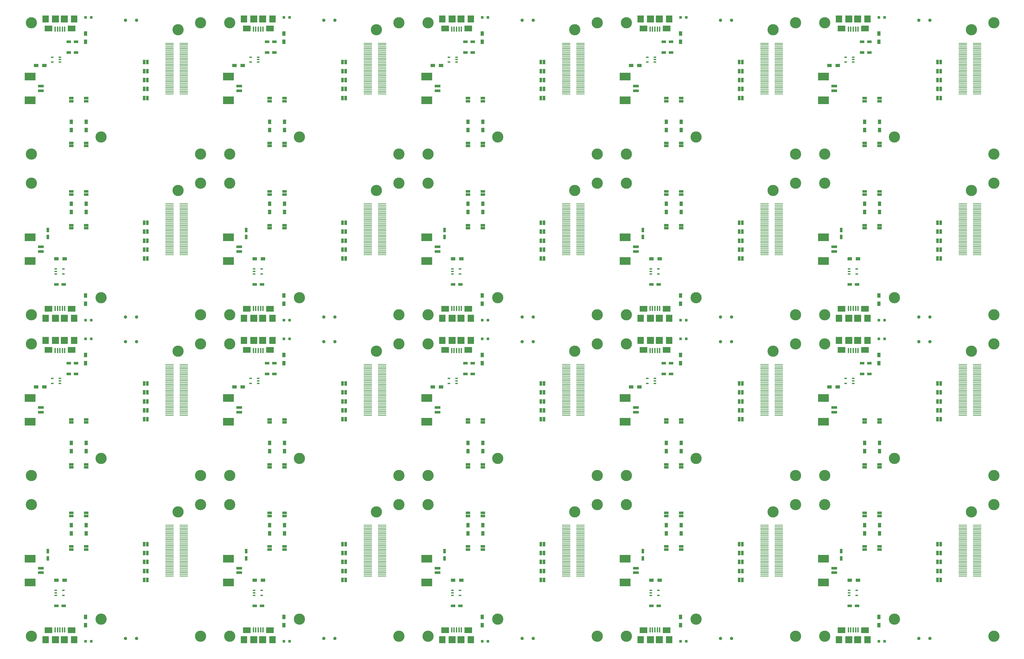
<source format=gbr>
G04 #@! TF.FileFunction,Soldermask,Top*
%FSLAX46Y46*%
G04 Gerber Fmt 4.6, Leading zero omitted, Abs format (unit mm)*
G04 Created by KiCad (PCBNEW (2015-09-14 BZR 6197)-product) date Wednesday, September 16, 2015 'PMt' 11:24:09 PM*
%MOMM*%
G01*
G04 APERTURE LIST*
%ADD10C,0.100000*%
%ADD11C,0.889000*%
%ADD12C,3.000000*%
%ADD13R,0.635000X1.143000*%
%ADD14R,2.280000X0.200000*%
%ADD15R,1.143000X0.635000*%
%ADD16R,1.200000X0.900000*%
%ADD17R,1.600000X0.800000*%
%ADD18R,3.000000X2.100000*%
%ADD19R,1.897380X1.897380*%
%ADD20R,1.899920X1.897380*%
%ADD21R,1.795780X1.897380*%
%ADD22R,2.095500X1.597660*%
%ADD23R,0.398780X1.346200*%
%ADD24R,0.797560X0.797560*%
%ADD25R,0.900000X1.200000*%
%ADD26R,1.200000X0.750000*%
%ADD27R,0.660400X0.406400*%
%ADD28R,0.750000X1.200000*%
G04 APERTURE END LIST*
D10*
D11*
X207498600Y-107800000D03*
X204501400Y-107800000D03*
X204501400Y-187200000D03*
X207498600Y-187200000D03*
X207498600Y-21800000D03*
X204501400Y-21800000D03*
X204501400Y-101200000D03*
X207498600Y-101200000D03*
D12*
X224600000Y-22400000D03*
D13*
X210355400Y-35349000D03*
X209542600Y-35349000D03*
X210355400Y-37749000D03*
X209542600Y-37749000D03*
X210355400Y-32949000D03*
X209542600Y-32949000D03*
X210355400Y-78349000D03*
X209542600Y-78349000D03*
X210355400Y-75949000D03*
X209542600Y-75949000D03*
X210355400Y-83149000D03*
X209542600Y-83149000D03*
X210355400Y-80749000D03*
X209542600Y-80749000D03*
D12*
X224600000Y-57600000D03*
X218570000Y-24310000D03*
D14*
X216310000Y-34700000D03*
X216310000Y-35100000D03*
X216310000Y-35500000D03*
X216310000Y-40300000D03*
X216310000Y-40700000D03*
X216310000Y-41100000D03*
X216310000Y-41500000D03*
X216310000Y-39900000D03*
X216310000Y-39500000D03*
X216310000Y-39100000D03*
X216310000Y-38700000D03*
X216310000Y-38300000D03*
X216310000Y-37900000D03*
X216310000Y-37500000D03*
X216310000Y-37100000D03*
X216310000Y-36700000D03*
X216310000Y-36300000D03*
X216310000Y-35900000D03*
X216310000Y-27900000D03*
X216310000Y-28300000D03*
X216310000Y-28700000D03*
X216310000Y-29100000D03*
X216310000Y-29500000D03*
X216310000Y-29900000D03*
X216310000Y-30300000D03*
X216310000Y-30700000D03*
X216310000Y-31100000D03*
X216310000Y-31500000D03*
X216310000Y-31900000D03*
X216310000Y-32300000D03*
X216310000Y-32700000D03*
X216310000Y-33100000D03*
X216310000Y-33500000D03*
X216310000Y-33900000D03*
X216310000Y-34300000D03*
X220090000Y-34300000D03*
X220090000Y-33900000D03*
X220090000Y-33500000D03*
X220090000Y-33100000D03*
X220090000Y-32700000D03*
X220090000Y-32300000D03*
X220090000Y-31900000D03*
X220090000Y-31500000D03*
X220090000Y-31100000D03*
X220090000Y-30700000D03*
X220090000Y-30300000D03*
X220090000Y-29900000D03*
X220090000Y-29500000D03*
X220090000Y-29100000D03*
X220090000Y-28700000D03*
X220090000Y-28300000D03*
X220090000Y-27900000D03*
X220090000Y-35900000D03*
X220090000Y-36300000D03*
X220090000Y-36700000D03*
X220090000Y-37100000D03*
X220090000Y-37500000D03*
X220090000Y-37900000D03*
X220090000Y-38300000D03*
X220090000Y-38700000D03*
X220090000Y-39100000D03*
X220090000Y-39500000D03*
X220090000Y-39900000D03*
X220090000Y-41500000D03*
X220090000Y-41100000D03*
X220090000Y-40700000D03*
X220090000Y-40300000D03*
X220090000Y-35500000D03*
X220090000Y-35100000D03*
X220090000Y-34700000D03*
D12*
X197970000Y-53000000D03*
D13*
X210355400Y-42549000D03*
X209542600Y-42549000D03*
X210355400Y-40149000D03*
X209542600Y-40149000D03*
D12*
X224600000Y-65400000D03*
D15*
X190000000Y-43406400D03*
X190000000Y-42593600D03*
D16*
X182849000Y-33849000D03*
X180649000Y-33849000D03*
D15*
X194000000Y-43406400D03*
X194000000Y-42593600D03*
D17*
X181900000Y-39375000D03*
X181900000Y-40625000D03*
D18*
X179000000Y-36825000D03*
X179000000Y-43175000D03*
D19*
X188198880Y-21447800D03*
D20*
X185801120Y-21447800D03*
D21*
X183200160Y-21447800D03*
D22*
X190098800Y-23997960D03*
D23*
X188297940Y-24124960D03*
X187647700Y-24124960D03*
X187000000Y-24124960D03*
X186352300Y-24124960D03*
X185702060Y-24124960D03*
D22*
X183901200Y-23997960D03*
D21*
X190799840Y-21447800D03*
D24*
X193850700Y-21000000D03*
X195349300Y-21000000D03*
D25*
X193849000Y-27549000D03*
X193849000Y-25349000D03*
D26*
X191299000Y-27549000D03*
X189399000Y-27549000D03*
X189399000Y-30399000D03*
X191299000Y-30399000D03*
D27*
X186965000Y-32959400D03*
X186965000Y-31638600D03*
X186965000Y-32299000D03*
X184933000Y-31638600D03*
X184933000Y-32959400D03*
D12*
X179400000Y-22400000D03*
X224600000Y-100600000D03*
D13*
X210355400Y-85549000D03*
X209542600Y-85549000D03*
D24*
X193850700Y-107000000D03*
X195349300Y-107000000D03*
D12*
X218570000Y-67310000D03*
D14*
X216310000Y-77700000D03*
X216310000Y-78100000D03*
X216310000Y-78500000D03*
X216310000Y-83300000D03*
X216310000Y-83700000D03*
X216310000Y-84100000D03*
X216310000Y-84500000D03*
X216310000Y-82900000D03*
X216310000Y-82500000D03*
X216310000Y-82100000D03*
X216310000Y-81700000D03*
X216310000Y-81300000D03*
X216310000Y-80900000D03*
X216310000Y-80500000D03*
X216310000Y-80100000D03*
X216310000Y-79700000D03*
X216310000Y-79300000D03*
X216310000Y-78900000D03*
X216310000Y-70900000D03*
X216310000Y-71300000D03*
X216310000Y-71700000D03*
X216310000Y-72100000D03*
X216310000Y-72500000D03*
X216310000Y-72900000D03*
X216310000Y-73300000D03*
X216310000Y-73700000D03*
X216310000Y-74100000D03*
X216310000Y-74500000D03*
X216310000Y-74900000D03*
X216310000Y-75300000D03*
X216310000Y-75700000D03*
X216310000Y-76100000D03*
X216310000Y-76500000D03*
X216310000Y-76900000D03*
X216310000Y-77300000D03*
X220090000Y-77300000D03*
X220090000Y-76900000D03*
X220090000Y-76500000D03*
X220090000Y-76100000D03*
X220090000Y-75700000D03*
X220090000Y-75300000D03*
X220090000Y-74900000D03*
X220090000Y-74500000D03*
X220090000Y-74100000D03*
X220090000Y-73700000D03*
X220090000Y-73300000D03*
X220090000Y-72900000D03*
X220090000Y-72500000D03*
X220090000Y-72100000D03*
X220090000Y-71700000D03*
X220090000Y-71300000D03*
X220090000Y-70900000D03*
X220090000Y-78900000D03*
X220090000Y-79300000D03*
X220090000Y-79700000D03*
X220090000Y-80100000D03*
X220090000Y-80500000D03*
X220090000Y-80900000D03*
X220090000Y-81300000D03*
X220090000Y-81700000D03*
X220090000Y-82100000D03*
X220090000Y-82500000D03*
X220090000Y-82900000D03*
X220090000Y-84500000D03*
X220090000Y-84100000D03*
X220090000Y-83700000D03*
X220090000Y-83300000D03*
X220090000Y-78500000D03*
X220090000Y-78100000D03*
X220090000Y-77700000D03*
D12*
X197970000Y-96000000D03*
D24*
X193850700Y-102000000D03*
X195349300Y-102000000D03*
D15*
X190000000Y-55406400D03*
X190000000Y-54593600D03*
D25*
X190000000Y-51100000D03*
X190000000Y-48900000D03*
X194000000Y-51100000D03*
X194000000Y-48900000D03*
D12*
X179400000Y-57600000D03*
D15*
X194000000Y-55406400D03*
X194000000Y-54593600D03*
D28*
X183766600Y-79754200D03*
X183766600Y-77854200D03*
D12*
X179400000Y-65400000D03*
D15*
X190000000Y-76593600D03*
X190000000Y-77406400D03*
D25*
X190000000Y-70900000D03*
X190000000Y-73100000D03*
D15*
X194000000Y-67593600D03*
X194000000Y-68406400D03*
X190000000Y-67593600D03*
X190000000Y-68406400D03*
X194000000Y-76593600D03*
X194000000Y-77406400D03*
D25*
X194000000Y-70900000D03*
X194000000Y-73100000D03*
X193849000Y-95451000D03*
X193849000Y-97651000D03*
D19*
X185801120Y-101552200D03*
D20*
X188198880Y-101552200D03*
D21*
X190799840Y-101552200D03*
D22*
X183901200Y-99002040D03*
D23*
X185702060Y-98875040D03*
X186352300Y-98875040D03*
X187000000Y-98875040D03*
X187647700Y-98875040D03*
X188297940Y-98875040D03*
D22*
X190098800Y-99002040D03*
D21*
X183200160Y-101552200D03*
D12*
X179400000Y-108400000D03*
X179400000Y-100600000D03*
D19*
X188198880Y-107447800D03*
D20*
X185801120Y-107447800D03*
D21*
X183200160Y-107447800D03*
D22*
X190098800Y-109997960D03*
D23*
X188297940Y-110124960D03*
X187647700Y-110124960D03*
X187000000Y-110124960D03*
X186352300Y-110124960D03*
X185702060Y-110124960D03*
D22*
X183901200Y-109997960D03*
D21*
X190799840Y-107447800D03*
D16*
X188295600Y-85611400D03*
X186095600Y-85611400D03*
D26*
X186093200Y-92494800D03*
X187993200Y-92494800D03*
D17*
X181900000Y-82375000D03*
X181900000Y-83625000D03*
D18*
X179000000Y-79825000D03*
X179000000Y-86175000D03*
D27*
X185925600Y-88329200D03*
X185925600Y-89650000D03*
X185925600Y-88989600D03*
X187957600Y-89650000D03*
X187957600Y-88329200D03*
D15*
X190000000Y-162593600D03*
X190000000Y-163406400D03*
X194000000Y-162593600D03*
X194000000Y-163406400D03*
X190000000Y-153593600D03*
X190000000Y-154406400D03*
D25*
X194000000Y-156900000D03*
X194000000Y-159100000D03*
D15*
X194000000Y-153593600D03*
X194000000Y-154406400D03*
D12*
X179400000Y-151400000D03*
D25*
X190000000Y-156900000D03*
X190000000Y-159100000D03*
D13*
X210355400Y-171549000D03*
X209542600Y-171549000D03*
D12*
X224600000Y-186600000D03*
X218570000Y-153310000D03*
D14*
X216310000Y-163700000D03*
X216310000Y-164100000D03*
X216310000Y-164500000D03*
X216310000Y-169300000D03*
X216310000Y-169700000D03*
X216310000Y-170100000D03*
X216310000Y-170500000D03*
X216310000Y-168900000D03*
X216310000Y-168500000D03*
X216310000Y-168100000D03*
X216310000Y-167700000D03*
X216310000Y-167300000D03*
X216310000Y-166900000D03*
X216310000Y-166500000D03*
X216310000Y-166100000D03*
X216310000Y-165700000D03*
X216310000Y-165300000D03*
X216310000Y-164900000D03*
X216310000Y-156900000D03*
X216310000Y-157300000D03*
X216310000Y-157700000D03*
X216310000Y-158100000D03*
X216310000Y-158500000D03*
X216310000Y-158900000D03*
X216310000Y-159300000D03*
X216310000Y-159700000D03*
X216310000Y-160100000D03*
X216310000Y-160500000D03*
X216310000Y-160900000D03*
X216310000Y-161300000D03*
X216310000Y-161700000D03*
X216310000Y-162100000D03*
X216310000Y-162500000D03*
X216310000Y-162900000D03*
X216310000Y-163300000D03*
X220090000Y-163300000D03*
X220090000Y-162900000D03*
X220090000Y-162500000D03*
X220090000Y-162100000D03*
X220090000Y-161700000D03*
X220090000Y-161300000D03*
X220090000Y-160900000D03*
X220090000Y-160500000D03*
X220090000Y-160100000D03*
X220090000Y-159700000D03*
X220090000Y-159300000D03*
X220090000Y-158900000D03*
X220090000Y-158500000D03*
X220090000Y-158100000D03*
X220090000Y-157700000D03*
X220090000Y-157300000D03*
X220090000Y-156900000D03*
X220090000Y-164900000D03*
X220090000Y-165300000D03*
X220090000Y-165700000D03*
X220090000Y-166100000D03*
X220090000Y-166500000D03*
X220090000Y-166900000D03*
X220090000Y-167300000D03*
X220090000Y-167700000D03*
X220090000Y-168100000D03*
X220090000Y-168500000D03*
X220090000Y-168900000D03*
X220090000Y-170500000D03*
X220090000Y-170100000D03*
X220090000Y-169700000D03*
X220090000Y-169300000D03*
X220090000Y-164500000D03*
X220090000Y-164100000D03*
X220090000Y-163700000D03*
D12*
X197970000Y-182000000D03*
D13*
X210355400Y-169149000D03*
X209542600Y-169149000D03*
D16*
X188295600Y-171611400D03*
X186095600Y-171611400D03*
D28*
X183766600Y-165754200D03*
X183766600Y-163854200D03*
D27*
X185925600Y-174329200D03*
X185925600Y-175650000D03*
X185925600Y-174989600D03*
X187957600Y-175650000D03*
X187957600Y-174329200D03*
D17*
X181900000Y-168375000D03*
X181900000Y-169625000D03*
D18*
X179000000Y-165825000D03*
X179000000Y-172175000D03*
D13*
X210355400Y-161949000D03*
X209542600Y-161949000D03*
X210355400Y-164349000D03*
X209542600Y-164349000D03*
X210355400Y-166749000D03*
X209542600Y-166749000D03*
D12*
X224600000Y-151400000D03*
D19*
X185801120Y-187552200D03*
D20*
X188198880Y-187552200D03*
D21*
X190799840Y-187552200D03*
D22*
X183901200Y-185002040D03*
D23*
X185702060Y-184875040D03*
X186352300Y-184875040D03*
X187000000Y-184875040D03*
X187647700Y-184875040D03*
X188297940Y-184875040D03*
D22*
X190098800Y-185002040D03*
D21*
X183200160Y-187552200D03*
D25*
X193849000Y-181451000D03*
X193849000Y-183651000D03*
D12*
X179400000Y-186600000D03*
D24*
X193850700Y-188000000D03*
X195349300Y-188000000D03*
D26*
X186093200Y-178494800D03*
X187993200Y-178494800D03*
D15*
X194000000Y-141406400D03*
X194000000Y-140593600D03*
D25*
X190000000Y-137100000D03*
X190000000Y-134900000D03*
D15*
X190000000Y-141406400D03*
X190000000Y-140593600D03*
D12*
X179400000Y-143600000D03*
D26*
X189399000Y-116399000D03*
X191299000Y-116399000D03*
X191299000Y-113549000D03*
X189399000Y-113549000D03*
D27*
X186965000Y-118959400D03*
X186965000Y-117638600D03*
X186965000Y-118299000D03*
X184933000Y-117638600D03*
X184933000Y-118959400D03*
D15*
X194000000Y-129406400D03*
X194000000Y-128593600D03*
X190000000Y-129406400D03*
X190000000Y-128593600D03*
D16*
X182849000Y-119849000D03*
X180649000Y-119849000D03*
D17*
X181900000Y-125375000D03*
X181900000Y-126625000D03*
D18*
X179000000Y-122825000D03*
X179000000Y-129175000D03*
D13*
X210355400Y-123749000D03*
X209542600Y-123749000D03*
D12*
X224600000Y-143600000D03*
D13*
X210355400Y-128549000D03*
X209542600Y-128549000D03*
X210355400Y-126149000D03*
X209542600Y-126149000D03*
X210355400Y-121349000D03*
X209542600Y-121349000D03*
X210355400Y-118949000D03*
X209542600Y-118949000D03*
D25*
X193849000Y-113549000D03*
X193849000Y-111349000D03*
D12*
X224600000Y-108400000D03*
D25*
X194000000Y-137100000D03*
X194000000Y-134900000D03*
D12*
X218570000Y-110310000D03*
D14*
X216310000Y-120700000D03*
X216310000Y-121100000D03*
X216310000Y-121500000D03*
X216310000Y-126300000D03*
X216310000Y-126700000D03*
X216310000Y-127100000D03*
X216310000Y-127500000D03*
X216310000Y-125900000D03*
X216310000Y-125500000D03*
X216310000Y-125100000D03*
X216310000Y-124700000D03*
X216310000Y-124300000D03*
X216310000Y-123900000D03*
X216310000Y-123500000D03*
X216310000Y-123100000D03*
X216310000Y-122700000D03*
X216310000Y-122300000D03*
X216310000Y-121900000D03*
X216310000Y-113900000D03*
X216310000Y-114300000D03*
X216310000Y-114700000D03*
X216310000Y-115100000D03*
X216310000Y-115500000D03*
X216310000Y-115900000D03*
X216310000Y-116300000D03*
X216310000Y-116700000D03*
X216310000Y-117100000D03*
X216310000Y-117500000D03*
X216310000Y-117900000D03*
X216310000Y-118300000D03*
X216310000Y-118700000D03*
X216310000Y-119100000D03*
X216310000Y-119500000D03*
X216310000Y-119900000D03*
X216310000Y-120300000D03*
X220090000Y-120300000D03*
X220090000Y-119900000D03*
X220090000Y-119500000D03*
X220090000Y-119100000D03*
X220090000Y-118700000D03*
X220090000Y-118300000D03*
X220090000Y-117900000D03*
X220090000Y-117500000D03*
X220090000Y-117100000D03*
X220090000Y-116700000D03*
X220090000Y-116300000D03*
X220090000Y-115900000D03*
X220090000Y-115500000D03*
X220090000Y-115100000D03*
X220090000Y-114700000D03*
X220090000Y-114300000D03*
X220090000Y-113900000D03*
X220090000Y-121900000D03*
X220090000Y-122300000D03*
X220090000Y-122700000D03*
X220090000Y-123100000D03*
X220090000Y-123500000D03*
X220090000Y-123900000D03*
X220090000Y-124300000D03*
X220090000Y-124700000D03*
X220090000Y-125100000D03*
X220090000Y-125500000D03*
X220090000Y-125900000D03*
X220090000Y-127500000D03*
X220090000Y-127100000D03*
X220090000Y-126700000D03*
X220090000Y-126300000D03*
X220090000Y-121500000D03*
X220090000Y-121100000D03*
X220090000Y-120700000D03*
D12*
X197970000Y-139000000D03*
D11*
X154498600Y-107800000D03*
X151501400Y-107800000D03*
X151501400Y-187200000D03*
X154498600Y-187200000D03*
X154498600Y-21800000D03*
X151501400Y-21800000D03*
X151501400Y-101200000D03*
X154498600Y-101200000D03*
D12*
X171600000Y-22400000D03*
D13*
X157355400Y-35349000D03*
X156542600Y-35349000D03*
X157355400Y-37749000D03*
X156542600Y-37749000D03*
X157355400Y-32949000D03*
X156542600Y-32949000D03*
X157355400Y-78349000D03*
X156542600Y-78349000D03*
X157355400Y-75949000D03*
X156542600Y-75949000D03*
X157355400Y-83149000D03*
X156542600Y-83149000D03*
X157355400Y-80749000D03*
X156542600Y-80749000D03*
D12*
X171600000Y-57600000D03*
X165570000Y-24310000D03*
D14*
X163310000Y-34700000D03*
X163310000Y-35100000D03*
X163310000Y-35500000D03*
X163310000Y-40300000D03*
X163310000Y-40700000D03*
X163310000Y-41100000D03*
X163310000Y-41500000D03*
X163310000Y-39900000D03*
X163310000Y-39500000D03*
X163310000Y-39100000D03*
X163310000Y-38700000D03*
X163310000Y-38300000D03*
X163310000Y-37900000D03*
X163310000Y-37500000D03*
X163310000Y-37100000D03*
X163310000Y-36700000D03*
X163310000Y-36300000D03*
X163310000Y-35900000D03*
X163310000Y-27900000D03*
X163310000Y-28300000D03*
X163310000Y-28700000D03*
X163310000Y-29100000D03*
X163310000Y-29500000D03*
X163310000Y-29900000D03*
X163310000Y-30300000D03*
X163310000Y-30700000D03*
X163310000Y-31100000D03*
X163310000Y-31500000D03*
X163310000Y-31900000D03*
X163310000Y-32300000D03*
X163310000Y-32700000D03*
X163310000Y-33100000D03*
X163310000Y-33500000D03*
X163310000Y-33900000D03*
X163310000Y-34300000D03*
X167090000Y-34300000D03*
X167090000Y-33900000D03*
X167090000Y-33500000D03*
X167090000Y-33100000D03*
X167090000Y-32700000D03*
X167090000Y-32300000D03*
X167090000Y-31900000D03*
X167090000Y-31500000D03*
X167090000Y-31100000D03*
X167090000Y-30700000D03*
X167090000Y-30300000D03*
X167090000Y-29900000D03*
X167090000Y-29500000D03*
X167090000Y-29100000D03*
X167090000Y-28700000D03*
X167090000Y-28300000D03*
X167090000Y-27900000D03*
X167090000Y-35900000D03*
X167090000Y-36300000D03*
X167090000Y-36700000D03*
X167090000Y-37100000D03*
X167090000Y-37500000D03*
X167090000Y-37900000D03*
X167090000Y-38300000D03*
X167090000Y-38700000D03*
X167090000Y-39100000D03*
X167090000Y-39500000D03*
X167090000Y-39900000D03*
X167090000Y-41500000D03*
X167090000Y-41100000D03*
X167090000Y-40700000D03*
X167090000Y-40300000D03*
X167090000Y-35500000D03*
X167090000Y-35100000D03*
X167090000Y-34700000D03*
D12*
X144970000Y-53000000D03*
D13*
X157355400Y-42549000D03*
X156542600Y-42549000D03*
X157355400Y-40149000D03*
X156542600Y-40149000D03*
D12*
X171600000Y-65400000D03*
D15*
X137000000Y-43406400D03*
X137000000Y-42593600D03*
D16*
X129849000Y-33849000D03*
X127649000Y-33849000D03*
D15*
X141000000Y-43406400D03*
X141000000Y-42593600D03*
D17*
X128900000Y-39375000D03*
X128900000Y-40625000D03*
D18*
X126000000Y-36825000D03*
X126000000Y-43175000D03*
D19*
X135198880Y-21447800D03*
D20*
X132801120Y-21447800D03*
D21*
X130200160Y-21447800D03*
D22*
X137098800Y-23997960D03*
D23*
X135297940Y-24124960D03*
X134647700Y-24124960D03*
X134000000Y-24124960D03*
X133352300Y-24124960D03*
X132702060Y-24124960D03*
D22*
X130901200Y-23997960D03*
D21*
X137799840Y-21447800D03*
D24*
X140850700Y-21000000D03*
X142349300Y-21000000D03*
D25*
X140849000Y-27549000D03*
X140849000Y-25349000D03*
D26*
X138299000Y-27549000D03*
X136399000Y-27549000D03*
X136399000Y-30399000D03*
X138299000Y-30399000D03*
D27*
X133965000Y-32959400D03*
X133965000Y-31638600D03*
X133965000Y-32299000D03*
X131933000Y-31638600D03*
X131933000Y-32959400D03*
D12*
X126400000Y-22400000D03*
X171600000Y-100600000D03*
D13*
X157355400Y-85549000D03*
X156542600Y-85549000D03*
D24*
X140850700Y-107000000D03*
X142349300Y-107000000D03*
D12*
X165570000Y-67310000D03*
D14*
X163310000Y-77700000D03*
X163310000Y-78100000D03*
X163310000Y-78500000D03*
X163310000Y-83300000D03*
X163310000Y-83700000D03*
X163310000Y-84100000D03*
X163310000Y-84500000D03*
X163310000Y-82900000D03*
X163310000Y-82500000D03*
X163310000Y-82100000D03*
X163310000Y-81700000D03*
X163310000Y-81300000D03*
X163310000Y-80900000D03*
X163310000Y-80500000D03*
X163310000Y-80100000D03*
X163310000Y-79700000D03*
X163310000Y-79300000D03*
X163310000Y-78900000D03*
X163310000Y-70900000D03*
X163310000Y-71300000D03*
X163310000Y-71700000D03*
X163310000Y-72100000D03*
X163310000Y-72500000D03*
X163310000Y-72900000D03*
X163310000Y-73300000D03*
X163310000Y-73700000D03*
X163310000Y-74100000D03*
X163310000Y-74500000D03*
X163310000Y-74900000D03*
X163310000Y-75300000D03*
X163310000Y-75700000D03*
X163310000Y-76100000D03*
X163310000Y-76500000D03*
X163310000Y-76900000D03*
X163310000Y-77300000D03*
X167090000Y-77300000D03*
X167090000Y-76900000D03*
X167090000Y-76500000D03*
X167090000Y-76100000D03*
X167090000Y-75700000D03*
X167090000Y-75300000D03*
X167090000Y-74900000D03*
X167090000Y-74500000D03*
X167090000Y-74100000D03*
X167090000Y-73700000D03*
X167090000Y-73300000D03*
X167090000Y-72900000D03*
X167090000Y-72500000D03*
X167090000Y-72100000D03*
X167090000Y-71700000D03*
X167090000Y-71300000D03*
X167090000Y-70900000D03*
X167090000Y-78900000D03*
X167090000Y-79300000D03*
X167090000Y-79700000D03*
X167090000Y-80100000D03*
X167090000Y-80500000D03*
X167090000Y-80900000D03*
X167090000Y-81300000D03*
X167090000Y-81700000D03*
X167090000Y-82100000D03*
X167090000Y-82500000D03*
X167090000Y-82900000D03*
X167090000Y-84500000D03*
X167090000Y-84100000D03*
X167090000Y-83700000D03*
X167090000Y-83300000D03*
X167090000Y-78500000D03*
X167090000Y-78100000D03*
X167090000Y-77700000D03*
D12*
X144970000Y-96000000D03*
D24*
X140850700Y-102000000D03*
X142349300Y-102000000D03*
D15*
X137000000Y-55406400D03*
X137000000Y-54593600D03*
D25*
X137000000Y-51100000D03*
X137000000Y-48900000D03*
X141000000Y-51100000D03*
X141000000Y-48900000D03*
D12*
X126400000Y-57600000D03*
D15*
X141000000Y-55406400D03*
X141000000Y-54593600D03*
D28*
X130766600Y-79754200D03*
X130766600Y-77854200D03*
D12*
X126400000Y-65400000D03*
D15*
X137000000Y-76593600D03*
X137000000Y-77406400D03*
D25*
X137000000Y-70900000D03*
X137000000Y-73100000D03*
D15*
X141000000Y-67593600D03*
X141000000Y-68406400D03*
X137000000Y-67593600D03*
X137000000Y-68406400D03*
X141000000Y-76593600D03*
X141000000Y-77406400D03*
D25*
X141000000Y-70900000D03*
X141000000Y-73100000D03*
X140849000Y-95451000D03*
X140849000Y-97651000D03*
D19*
X132801120Y-101552200D03*
D20*
X135198880Y-101552200D03*
D21*
X137799840Y-101552200D03*
D22*
X130901200Y-99002040D03*
D23*
X132702060Y-98875040D03*
X133352300Y-98875040D03*
X134000000Y-98875040D03*
X134647700Y-98875040D03*
X135297940Y-98875040D03*
D22*
X137098800Y-99002040D03*
D21*
X130200160Y-101552200D03*
D12*
X126400000Y-108400000D03*
X126400000Y-100600000D03*
D19*
X135198880Y-107447800D03*
D20*
X132801120Y-107447800D03*
D21*
X130200160Y-107447800D03*
D22*
X137098800Y-109997960D03*
D23*
X135297940Y-110124960D03*
X134647700Y-110124960D03*
X134000000Y-110124960D03*
X133352300Y-110124960D03*
X132702060Y-110124960D03*
D22*
X130901200Y-109997960D03*
D21*
X137799840Y-107447800D03*
D16*
X135295600Y-85611400D03*
X133095600Y-85611400D03*
D26*
X133093200Y-92494800D03*
X134993200Y-92494800D03*
D17*
X128900000Y-82375000D03*
X128900000Y-83625000D03*
D18*
X126000000Y-79825000D03*
X126000000Y-86175000D03*
D27*
X132925600Y-88329200D03*
X132925600Y-89650000D03*
X132925600Y-88989600D03*
X134957600Y-89650000D03*
X134957600Y-88329200D03*
D15*
X137000000Y-162593600D03*
X137000000Y-163406400D03*
X141000000Y-162593600D03*
X141000000Y-163406400D03*
X137000000Y-153593600D03*
X137000000Y-154406400D03*
D25*
X141000000Y-156900000D03*
X141000000Y-159100000D03*
D15*
X141000000Y-153593600D03*
X141000000Y-154406400D03*
D12*
X126400000Y-151400000D03*
D25*
X137000000Y-156900000D03*
X137000000Y-159100000D03*
D13*
X157355400Y-171549000D03*
X156542600Y-171549000D03*
D12*
X171600000Y-186600000D03*
X165570000Y-153310000D03*
D14*
X163310000Y-163700000D03*
X163310000Y-164100000D03*
X163310000Y-164500000D03*
X163310000Y-169300000D03*
X163310000Y-169700000D03*
X163310000Y-170100000D03*
X163310000Y-170500000D03*
X163310000Y-168900000D03*
X163310000Y-168500000D03*
X163310000Y-168100000D03*
X163310000Y-167700000D03*
X163310000Y-167300000D03*
X163310000Y-166900000D03*
X163310000Y-166500000D03*
X163310000Y-166100000D03*
X163310000Y-165700000D03*
X163310000Y-165300000D03*
X163310000Y-164900000D03*
X163310000Y-156900000D03*
X163310000Y-157300000D03*
X163310000Y-157700000D03*
X163310000Y-158100000D03*
X163310000Y-158500000D03*
X163310000Y-158900000D03*
X163310000Y-159300000D03*
X163310000Y-159700000D03*
X163310000Y-160100000D03*
X163310000Y-160500000D03*
X163310000Y-160900000D03*
X163310000Y-161300000D03*
X163310000Y-161700000D03*
X163310000Y-162100000D03*
X163310000Y-162500000D03*
X163310000Y-162900000D03*
X163310000Y-163300000D03*
X167090000Y-163300000D03*
X167090000Y-162900000D03*
X167090000Y-162500000D03*
X167090000Y-162100000D03*
X167090000Y-161700000D03*
X167090000Y-161300000D03*
X167090000Y-160900000D03*
X167090000Y-160500000D03*
X167090000Y-160100000D03*
X167090000Y-159700000D03*
X167090000Y-159300000D03*
X167090000Y-158900000D03*
X167090000Y-158500000D03*
X167090000Y-158100000D03*
X167090000Y-157700000D03*
X167090000Y-157300000D03*
X167090000Y-156900000D03*
X167090000Y-164900000D03*
X167090000Y-165300000D03*
X167090000Y-165700000D03*
X167090000Y-166100000D03*
X167090000Y-166500000D03*
X167090000Y-166900000D03*
X167090000Y-167300000D03*
X167090000Y-167700000D03*
X167090000Y-168100000D03*
X167090000Y-168500000D03*
X167090000Y-168900000D03*
X167090000Y-170500000D03*
X167090000Y-170100000D03*
X167090000Y-169700000D03*
X167090000Y-169300000D03*
X167090000Y-164500000D03*
X167090000Y-164100000D03*
X167090000Y-163700000D03*
D12*
X144970000Y-182000000D03*
D13*
X157355400Y-169149000D03*
X156542600Y-169149000D03*
D16*
X135295600Y-171611400D03*
X133095600Y-171611400D03*
D28*
X130766600Y-165754200D03*
X130766600Y-163854200D03*
D27*
X132925600Y-174329200D03*
X132925600Y-175650000D03*
X132925600Y-174989600D03*
X134957600Y-175650000D03*
X134957600Y-174329200D03*
D17*
X128900000Y-168375000D03*
X128900000Y-169625000D03*
D18*
X126000000Y-165825000D03*
X126000000Y-172175000D03*
D13*
X157355400Y-161949000D03*
X156542600Y-161949000D03*
X157355400Y-164349000D03*
X156542600Y-164349000D03*
X157355400Y-166749000D03*
X156542600Y-166749000D03*
D12*
X171600000Y-151400000D03*
D19*
X132801120Y-187552200D03*
D20*
X135198880Y-187552200D03*
D21*
X137799840Y-187552200D03*
D22*
X130901200Y-185002040D03*
D23*
X132702060Y-184875040D03*
X133352300Y-184875040D03*
X134000000Y-184875040D03*
X134647700Y-184875040D03*
X135297940Y-184875040D03*
D22*
X137098800Y-185002040D03*
D21*
X130200160Y-187552200D03*
D25*
X140849000Y-181451000D03*
X140849000Y-183651000D03*
D12*
X126400000Y-186600000D03*
D24*
X140850700Y-188000000D03*
X142349300Y-188000000D03*
D26*
X133093200Y-178494800D03*
X134993200Y-178494800D03*
D15*
X141000000Y-141406400D03*
X141000000Y-140593600D03*
D25*
X137000000Y-137100000D03*
X137000000Y-134900000D03*
D15*
X137000000Y-141406400D03*
X137000000Y-140593600D03*
D12*
X126400000Y-143600000D03*
D26*
X136399000Y-116399000D03*
X138299000Y-116399000D03*
X138299000Y-113549000D03*
X136399000Y-113549000D03*
D27*
X133965000Y-118959400D03*
X133965000Y-117638600D03*
X133965000Y-118299000D03*
X131933000Y-117638600D03*
X131933000Y-118959400D03*
D15*
X141000000Y-129406400D03*
X141000000Y-128593600D03*
X137000000Y-129406400D03*
X137000000Y-128593600D03*
D16*
X129849000Y-119849000D03*
X127649000Y-119849000D03*
D17*
X128900000Y-125375000D03*
X128900000Y-126625000D03*
D18*
X126000000Y-122825000D03*
X126000000Y-129175000D03*
D13*
X157355400Y-123749000D03*
X156542600Y-123749000D03*
D12*
X171600000Y-143600000D03*
D13*
X157355400Y-128549000D03*
X156542600Y-128549000D03*
X157355400Y-126149000D03*
X156542600Y-126149000D03*
X157355400Y-121349000D03*
X156542600Y-121349000D03*
X157355400Y-118949000D03*
X156542600Y-118949000D03*
D25*
X140849000Y-113549000D03*
X140849000Y-111349000D03*
D12*
X171600000Y-108400000D03*
D25*
X141000000Y-137100000D03*
X141000000Y-134900000D03*
D12*
X165570000Y-110310000D03*
D14*
X163310000Y-120700000D03*
X163310000Y-121100000D03*
X163310000Y-121500000D03*
X163310000Y-126300000D03*
X163310000Y-126700000D03*
X163310000Y-127100000D03*
X163310000Y-127500000D03*
X163310000Y-125900000D03*
X163310000Y-125500000D03*
X163310000Y-125100000D03*
X163310000Y-124700000D03*
X163310000Y-124300000D03*
X163310000Y-123900000D03*
X163310000Y-123500000D03*
X163310000Y-123100000D03*
X163310000Y-122700000D03*
X163310000Y-122300000D03*
X163310000Y-121900000D03*
X163310000Y-113900000D03*
X163310000Y-114300000D03*
X163310000Y-114700000D03*
X163310000Y-115100000D03*
X163310000Y-115500000D03*
X163310000Y-115900000D03*
X163310000Y-116300000D03*
X163310000Y-116700000D03*
X163310000Y-117100000D03*
X163310000Y-117500000D03*
X163310000Y-117900000D03*
X163310000Y-118300000D03*
X163310000Y-118700000D03*
X163310000Y-119100000D03*
X163310000Y-119500000D03*
X163310000Y-119900000D03*
X163310000Y-120300000D03*
X167090000Y-120300000D03*
X167090000Y-119900000D03*
X167090000Y-119500000D03*
X167090000Y-119100000D03*
X167090000Y-118700000D03*
X167090000Y-118300000D03*
X167090000Y-117900000D03*
X167090000Y-117500000D03*
X167090000Y-117100000D03*
X167090000Y-116700000D03*
X167090000Y-116300000D03*
X167090000Y-115900000D03*
X167090000Y-115500000D03*
X167090000Y-115100000D03*
X167090000Y-114700000D03*
X167090000Y-114300000D03*
X167090000Y-113900000D03*
X167090000Y-121900000D03*
X167090000Y-122300000D03*
X167090000Y-122700000D03*
X167090000Y-123100000D03*
X167090000Y-123500000D03*
X167090000Y-123900000D03*
X167090000Y-124300000D03*
X167090000Y-124700000D03*
X167090000Y-125100000D03*
X167090000Y-125500000D03*
X167090000Y-125900000D03*
X167090000Y-127500000D03*
X167090000Y-127100000D03*
X167090000Y-126700000D03*
X167090000Y-126300000D03*
X167090000Y-121500000D03*
X167090000Y-121100000D03*
X167090000Y-120700000D03*
D12*
X144970000Y-139000000D03*
D11*
X101498600Y-107800000D03*
X98501400Y-107800000D03*
X98501400Y-187200000D03*
X101498600Y-187200000D03*
X101498600Y-21800000D03*
X98501400Y-21800000D03*
X98501400Y-101200000D03*
X101498600Y-101200000D03*
D12*
X118600000Y-22400000D03*
D13*
X104355400Y-35349000D03*
X103542600Y-35349000D03*
X104355400Y-37749000D03*
X103542600Y-37749000D03*
X104355400Y-32949000D03*
X103542600Y-32949000D03*
X104355400Y-78349000D03*
X103542600Y-78349000D03*
X104355400Y-75949000D03*
X103542600Y-75949000D03*
X104355400Y-83149000D03*
X103542600Y-83149000D03*
X104355400Y-80749000D03*
X103542600Y-80749000D03*
D12*
X118600000Y-57600000D03*
X112570000Y-24310000D03*
D14*
X110310000Y-34700000D03*
X110310000Y-35100000D03*
X110310000Y-35500000D03*
X110310000Y-40300000D03*
X110310000Y-40700000D03*
X110310000Y-41100000D03*
X110310000Y-41500000D03*
X110310000Y-39900000D03*
X110310000Y-39500000D03*
X110310000Y-39100000D03*
X110310000Y-38700000D03*
X110310000Y-38300000D03*
X110310000Y-37900000D03*
X110310000Y-37500000D03*
X110310000Y-37100000D03*
X110310000Y-36700000D03*
X110310000Y-36300000D03*
X110310000Y-35900000D03*
X110310000Y-27900000D03*
X110310000Y-28300000D03*
X110310000Y-28700000D03*
X110310000Y-29100000D03*
X110310000Y-29500000D03*
X110310000Y-29900000D03*
X110310000Y-30300000D03*
X110310000Y-30700000D03*
X110310000Y-31100000D03*
X110310000Y-31500000D03*
X110310000Y-31900000D03*
X110310000Y-32300000D03*
X110310000Y-32700000D03*
X110310000Y-33100000D03*
X110310000Y-33500000D03*
X110310000Y-33900000D03*
X110310000Y-34300000D03*
X114090000Y-34300000D03*
X114090000Y-33900000D03*
X114090000Y-33500000D03*
X114090000Y-33100000D03*
X114090000Y-32700000D03*
X114090000Y-32300000D03*
X114090000Y-31900000D03*
X114090000Y-31500000D03*
X114090000Y-31100000D03*
X114090000Y-30700000D03*
X114090000Y-30300000D03*
X114090000Y-29900000D03*
X114090000Y-29500000D03*
X114090000Y-29100000D03*
X114090000Y-28700000D03*
X114090000Y-28300000D03*
X114090000Y-27900000D03*
X114090000Y-35900000D03*
X114090000Y-36300000D03*
X114090000Y-36700000D03*
X114090000Y-37100000D03*
X114090000Y-37500000D03*
X114090000Y-37900000D03*
X114090000Y-38300000D03*
X114090000Y-38700000D03*
X114090000Y-39100000D03*
X114090000Y-39500000D03*
X114090000Y-39900000D03*
X114090000Y-41500000D03*
X114090000Y-41100000D03*
X114090000Y-40700000D03*
X114090000Y-40300000D03*
X114090000Y-35500000D03*
X114090000Y-35100000D03*
X114090000Y-34700000D03*
D12*
X91970000Y-53000000D03*
D13*
X104355400Y-42549000D03*
X103542600Y-42549000D03*
X104355400Y-40149000D03*
X103542600Y-40149000D03*
D12*
X118600000Y-65400000D03*
D15*
X84000000Y-43406400D03*
X84000000Y-42593600D03*
D16*
X76849000Y-33849000D03*
X74649000Y-33849000D03*
D15*
X88000000Y-43406400D03*
X88000000Y-42593600D03*
D17*
X75900000Y-39375000D03*
X75900000Y-40625000D03*
D18*
X73000000Y-36825000D03*
X73000000Y-43175000D03*
D19*
X82198880Y-21447800D03*
D20*
X79801120Y-21447800D03*
D21*
X77200160Y-21447800D03*
D22*
X84098800Y-23997960D03*
D23*
X82297940Y-24124960D03*
X81647700Y-24124960D03*
X81000000Y-24124960D03*
X80352300Y-24124960D03*
X79702060Y-24124960D03*
D22*
X77901200Y-23997960D03*
D21*
X84799840Y-21447800D03*
D24*
X87850700Y-21000000D03*
X89349300Y-21000000D03*
D25*
X87849000Y-27549000D03*
X87849000Y-25349000D03*
D26*
X85299000Y-27549000D03*
X83399000Y-27549000D03*
X83399000Y-30399000D03*
X85299000Y-30399000D03*
D27*
X80965000Y-32959400D03*
X80965000Y-31638600D03*
X80965000Y-32299000D03*
X78933000Y-31638600D03*
X78933000Y-32959400D03*
D12*
X73400000Y-22400000D03*
X118600000Y-100600000D03*
D13*
X104355400Y-85549000D03*
X103542600Y-85549000D03*
D24*
X87850700Y-107000000D03*
X89349300Y-107000000D03*
D12*
X112570000Y-67310000D03*
D14*
X110310000Y-77700000D03*
X110310000Y-78100000D03*
X110310000Y-78500000D03*
X110310000Y-83300000D03*
X110310000Y-83700000D03*
X110310000Y-84100000D03*
X110310000Y-84500000D03*
X110310000Y-82900000D03*
X110310000Y-82500000D03*
X110310000Y-82100000D03*
X110310000Y-81700000D03*
X110310000Y-81300000D03*
X110310000Y-80900000D03*
X110310000Y-80500000D03*
X110310000Y-80100000D03*
X110310000Y-79700000D03*
X110310000Y-79300000D03*
X110310000Y-78900000D03*
X110310000Y-70900000D03*
X110310000Y-71300000D03*
X110310000Y-71700000D03*
X110310000Y-72100000D03*
X110310000Y-72500000D03*
X110310000Y-72900000D03*
X110310000Y-73300000D03*
X110310000Y-73700000D03*
X110310000Y-74100000D03*
X110310000Y-74500000D03*
X110310000Y-74900000D03*
X110310000Y-75300000D03*
X110310000Y-75700000D03*
X110310000Y-76100000D03*
X110310000Y-76500000D03*
X110310000Y-76900000D03*
X110310000Y-77300000D03*
X114090000Y-77300000D03*
X114090000Y-76900000D03*
X114090000Y-76500000D03*
X114090000Y-76100000D03*
X114090000Y-75700000D03*
X114090000Y-75300000D03*
X114090000Y-74900000D03*
X114090000Y-74500000D03*
X114090000Y-74100000D03*
X114090000Y-73700000D03*
X114090000Y-73300000D03*
X114090000Y-72900000D03*
X114090000Y-72500000D03*
X114090000Y-72100000D03*
X114090000Y-71700000D03*
X114090000Y-71300000D03*
X114090000Y-70900000D03*
X114090000Y-78900000D03*
X114090000Y-79300000D03*
X114090000Y-79700000D03*
X114090000Y-80100000D03*
X114090000Y-80500000D03*
X114090000Y-80900000D03*
X114090000Y-81300000D03*
X114090000Y-81700000D03*
X114090000Y-82100000D03*
X114090000Y-82500000D03*
X114090000Y-82900000D03*
X114090000Y-84500000D03*
X114090000Y-84100000D03*
X114090000Y-83700000D03*
X114090000Y-83300000D03*
X114090000Y-78500000D03*
X114090000Y-78100000D03*
X114090000Y-77700000D03*
D12*
X91970000Y-96000000D03*
D24*
X87850700Y-102000000D03*
X89349300Y-102000000D03*
D15*
X84000000Y-55406400D03*
X84000000Y-54593600D03*
D25*
X84000000Y-51100000D03*
X84000000Y-48900000D03*
X88000000Y-51100000D03*
X88000000Y-48900000D03*
D12*
X73400000Y-57600000D03*
D15*
X88000000Y-55406400D03*
X88000000Y-54593600D03*
D28*
X77766600Y-79754200D03*
X77766600Y-77854200D03*
D12*
X73400000Y-65400000D03*
D15*
X84000000Y-76593600D03*
X84000000Y-77406400D03*
D25*
X84000000Y-70900000D03*
X84000000Y-73100000D03*
D15*
X88000000Y-67593600D03*
X88000000Y-68406400D03*
X84000000Y-67593600D03*
X84000000Y-68406400D03*
X88000000Y-76593600D03*
X88000000Y-77406400D03*
D25*
X88000000Y-70900000D03*
X88000000Y-73100000D03*
X87849000Y-95451000D03*
X87849000Y-97651000D03*
D19*
X79801120Y-101552200D03*
D20*
X82198880Y-101552200D03*
D21*
X84799840Y-101552200D03*
D22*
X77901200Y-99002040D03*
D23*
X79702060Y-98875040D03*
X80352300Y-98875040D03*
X81000000Y-98875040D03*
X81647700Y-98875040D03*
X82297940Y-98875040D03*
D22*
X84098800Y-99002040D03*
D21*
X77200160Y-101552200D03*
D12*
X73400000Y-108400000D03*
X73400000Y-100600000D03*
D19*
X82198880Y-107447800D03*
D20*
X79801120Y-107447800D03*
D21*
X77200160Y-107447800D03*
D22*
X84098800Y-109997960D03*
D23*
X82297940Y-110124960D03*
X81647700Y-110124960D03*
X81000000Y-110124960D03*
X80352300Y-110124960D03*
X79702060Y-110124960D03*
D22*
X77901200Y-109997960D03*
D21*
X84799840Y-107447800D03*
D16*
X82295600Y-85611400D03*
X80095600Y-85611400D03*
D26*
X80093200Y-92494800D03*
X81993200Y-92494800D03*
D17*
X75900000Y-82375000D03*
X75900000Y-83625000D03*
D18*
X73000000Y-79825000D03*
X73000000Y-86175000D03*
D27*
X79925600Y-88329200D03*
X79925600Y-89650000D03*
X79925600Y-88989600D03*
X81957600Y-89650000D03*
X81957600Y-88329200D03*
D15*
X84000000Y-162593600D03*
X84000000Y-163406400D03*
X88000000Y-162593600D03*
X88000000Y-163406400D03*
X84000000Y-153593600D03*
X84000000Y-154406400D03*
D25*
X88000000Y-156900000D03*
X88000000Y-159100000D03*
D15*
X88000000Y-153593600D03*
X88000000Y-154406400D03*
D12*
X73400000Y-151400000D03*
D25*
X84000000Y-156900000D03*
X84000000Y-159100000D03*
D13*
X104355400Y-171549000D03*
X103542600Y-171549000D03*
D12*
X118600000Y-186600000D03*
X112570000Y-153310000D03*
D14*
X110310000Y-163700000D03*
X110310000Y-164100000D03*
X110310000Y-164500000D03*
X110310000Y-169300000D03*
X110310000Y-169700000D03*
X110310000Y-170100000D03*
X110310000Y-170500000D03*
X110310000Y-168900000D03*
X110310000Y-168500000D03*
X110310000Y-168100000D03*
X110310000Y-167700000D03*
X110310000Y-167300000D03*
X110310000Y-166900000D03*
X110310000Y-166500000D03*
X110310000Y-166100000D03*
X110310000Y-165700000D03*
X110310000Y-165300000D03*
X110310000Y-164900000D03*
X110310000Y-156900000D03*
X110310000Y-157300000D03*
X110310000Y-157700000D03*
X110310000Y-158100000D03*
X110310000Y-158500000D03*
X110310000Y-158900000D03*
X110310000Y-159300000D03*
X110310000Y-159700000D03*
X110310000Y-160100000D03*
X110310000Y-160500000D03*
X110310000Y-160900000D03*
X110310000Y-161300000D03*
X110310000Y-161700000D03*
X110310000Y-162100000D03*
X110310000Y-162500000D03*
X110310000Y-162900000D03*
X110310000Y-163300000D03*
X114090000Y-163300000D03*
X114090000Y-162900000D03*
X114090000Y-162500000D03*
X114090000Y-162100000D03*
X114090000Y-161700000D03*
X114090000Y-161300000D03*
X114090000Y-160900000D03*
X114090000Y-160500000D03*
X114090000Y-160100000D03*
X114090000Y-159700000D03*
X114090000Y-159300000D03*
X114090000Y-158900000D03*
X114090000Y-158500000D03*
X114090000Y-158100000D03*
X114090000Y-157700000D03*
X114090000Y-157300000D03*
X114090000Y-156900000D03*
X114090000Y-164900000D03*
X114090000Y-165300000D03*
X114090000Y-165700000D03*
X114090000Y-166100000D03*
X114090000Y-166500000D03*
X114090000Y-166900000D03*
X114090000Y-167300000D03*
X114090000Y-167700000D03*
X114090000Y-168100000D03*
X114090000Y-168500000D03*
X114090000Y-168900000D03*
X114090000Y-170500000D03*
X114090000Y-170100000D03*
X114090000Y-169700000D03*
X114090000Y-169300000D03*
X114090000Y-164500000D03*
X114090000Y-164100000D03*
X114090000Y-163700000D03*
D12*
X91970000Y-182000000D03*
D13*
X104355400Y-169149000D03*
X103542600Y-169149000D03*
D16*
X82295600Y-171611400D03*
X80095600Y-171611400D03*
D28*
X77766600Y-165754200D03*
X77766600Y-163854200D03*
D27*
X79925600Y-174329200D03*
X79925600Y-175650000D03*
X79925600Y-174989600D03*
X81957600Y-175650000D03*
X81957600Y-174329200D03*
D17*
X75900000Y-168375000D03*
X75900000Y-169625000D03*
D18*
X73000000Y-165825000D03*
X73000000Y-172175000D03*
D13*
X104355400Y-161949000D03*
X103542600Y-161949000D03*
X104355400Y-164349000D03*
X103542600Y-164349000D03*
X104355400Y-166749000D03*
X103542600Y-166749000D03*
D12*
X118600000Y-151400000D03*
D19*
X79801120Y-187552200D03*
D20*
X82198880Y-187552200D03*
D21*
X84799840Y-187552200D03*
D22*
X77901200Y-185002040D03*
D23*
X79702060Y-184875040D03*
X80352300Y-184875040D03*
X81000000Y-184875040D03*
X81647700Y-184875040D03*
X82297940Y-184875040D03*
D22*
X84098800Y-185002040D03*
D21*
X77200160Y-187552200D03*
D25*
X87849000Y-181451000D03*
X87849000Y-183651000D03*
D12*
X73400000Y-186600000D03*
D24*
X87850700Y-188000000D03*
X89349300Y-188000000D03*
D26*
X80093200Y-178494800D03*
X81993200Y-178494800D03*
D15*
X88000000Y-141406400D03*
X88000000Y-140593600D03*
D25*
X84000000Y-137100000D03*
X84000000Y-134900000D03*
D15*
X84000000Y-141406400D03*
X84000000Y-140593600D03*
D12*
X73400000Y-143600000D03*
D26*
X83399000Y-116399000D03*
X85299000Y-116399000D03*
X85299000Y-113549000D03*
X83399000Y-113549000D03*
D27*
X80965000Y-118959400D03*
X80965000Y-117638600D03*
X80965000Y-118299000D03*
X78933000Y-117638600D03*
X78933000Y-118959400D03*
D15*
X88000000Y-129406400D03*
X88000000Y-128593600D03*
X84000000Y-129406400D03*
X84000000Y-128593600D03*
D16*
X76849000Y-119849000D03*
X74649000Y-119849000D03*
D17*
X75900000Y-125375000D03*
X75900000Y-126625000D03*
D18*
X73000000Y-122825000D03*
X73000000Y-129175000D03*
D13*
X104355400Y-123749000D03*
X103542600Y-123749000D03*
D12*
X118600000Y-143600000D03*
D13*
X104355400Y-128549000D03*
X103542600Y-128549000D03*
X104355400Y-126149000D03*
X103542600Y-126149000D03*
X104355400Y-121349000D03*
X103542600Y-121349000D03*
X104355400Y-118949000D03*
X103542600Y-118949000D03*
D25*
X87849000Y-113549000D03*
X87849000Y-111349000D03*
D12*
X118600000Y-108400000D03*
D25*
X88000000Y-137100000D03*
X88000000Y-134900000D03*
D12*
X112570000Y-110310000D03*
D14*
X110310000Y-120700000D03*
X110310000Y-121100000D03*
X110310000Y-121500000D03*
X110310000Y-126300000D03*
X110310000Y-126700000D03*
X110310000Y-127100000D03*
X110310000Y-127500000D03*
X110310000Y-125900000D03*
X110310000Y-125500000D03*
X110310000Y-125100000D03*
X110310000Y-124700000D03*
X110310000Y-124300000D03*
X110310000Y-123900000D03*
X110310000Y-123500000D03*
X110310000Y-123100000D03*
X110310000Y-122700000D03*
X110310000Y-122300000D03*
X110310000Y-121900000D03*
X110310000Y-113900000D03*
X110310000Y-114300000D03*
X110310000Y-114700000D03*
X110310000Y-115100000D03*
X110310000Y-115500000D03*
X110310000Y-115900000D03*
X110310000Y-116300000D03*
X110310000Y-116700000D03*
X110310000Y-117100000D03*
X110310000Y-117500000D03*
X110310000Y-117900000D03*
X110310000Y-118300000D03*
X110310000Y-118700000D03*
X110310000Y-119100000D03*
X110310000Y-119500000D03*
X110310000Y-119900000D03*
X110310000Y-120300000D03*
X114090000Y-120300000D03*
X114090000Y-119900000D03*
X114090000Y-119500000D03*
X114090000Y-119100000D03*
X114090000Y-118700000D03*
X114090000Y-118300000D03*
X114090000Y-117900000D03*
X114090000Y-117500000D03*
X114090000Y-117100000D03*
X114090000Y-116700000D03*
X114090000Y-116300000D03*
X114090000Y-115900000D03*
X114090000Y-115500000D03*
X114090000Y-115100000D03*
X114090000Y-114700000D03*
X114090000Y-114300000D03*
X114090000Y-113900000D03*
X114090000Y-121900000D03*
X114090000Y-122300000D03*
X114090000Y-122700000D03*
X114090000Y-123100000D03*
X114090000Y-123500000D03*
X114090000Y-123900000D03*
X114090000Y-124300000D03*
X114090000Y-124700000D03*
X114090000Y-125100000D03*
X114090000Y-125500000D03*
X114090000Y-125900000D03*
X114090000Y-127500000D03*
X114090000Y-127100000D03*
X114090000Y-126700000D03*
X114090000Y-126300000D03*
X114090000Y-121500000D03*
X114090000Y-121100000D03*
X114090000Y-120700000D03*
D12*
X91970000Y-139000000D03*
D11*
X257501400Y-187200000D03*
X260498600Y-187200000D03*
X257501400Y-101200000D03*
X260498600Y-101200000D03*
X260498600Y-107800000D03*
X257501400Y-107800000D03*
X260498600Y-21800000D03*
X257501400Y-21800000D03*
D25*
X246849000Y-113549000D03*
X246849000Y-111349000D03*
X247000000Y-137100000D03*
X247000000Y-134900000D03*
X243000000Y-137100000D03*
X243000000Y-134900000D03*
D12*
X271570000Y-110310000D03*
D14*
X269310000Y-120700000D03*
X269310000Y-121100000D03*
X269310000Y-121500000D03*
X269310000Y-126300000D03*
X269310000Y-126700000D03*
X269310000Y-127100000D03*
X269310000Y-127500000D03*
X269310000Y-125900000D03*
X269310000Y-125500000D03*
X269310000Y-125100000D03*
X269310000Y-124700000D03*
X269310000Y-124300000D03*
X269310000Y-123900000D03*
X269310000Y-123500000D03*
X269310000Y-123100000D03*
X269310000Y-122700000D03*
X269310000Y-122300000D03*
X269310000Y-121900000D03*
X269310000Y-113900000D03*
X269310000Y-114300000D03*
X269310000Y-114700000D03*
X269310000Y-115100000D03*
X269310000Y-115500000D03*
X269310000Y-115900000D03*
X269310000Y-116300000D03*
X269310000Y-116700000D03*
X269310000Y-117100000D03*
X269310000Y-117500000D03*
X269310000Y-117900000D03*
X269310000Y-118300000D03*
X269310000Y-118700000D03*
X269310000Y-119100000D03*
X269310000Y-119500000D03*
X269310000Y-119900000D03*
X269310000Y-120300000D03*
X273090000Y-120300000D03*
X273090000Y-119900000D03*
X273090000Y-119500000D03*
X273090000Y-119100000D03*
X273090000Y-118700000D03*
X273090000Y-118300000D03*
X273090000Y-117900000D03*
X273090000Y-117500000D03*
X273090000Y-117100000D03*
X273090000Y-116700000D03*
X273090000Y-116300000D03*
X273090000Y-115900000D03*
X273090000Y-115500000D03*
X273090000Y-115100000D03*
X273090000Y-114700000D03*
X273090000Y-114300000D03*
X273090000Y-113900000D03*
X273090000Y-121900000D03*
X273090000Y-122300000D03*
X273090000Y-122700000D03*
X273090000Y-123100000D03*
X273090000Y-123500000D03*
X273090000Y-123900000D03*
X273090000Y-124300000D03*
X273090000Y-124700000D03*
X273090000Y-125100000D03*
X273090000Y-125500000D03*
X273090000Y-125900000D03*
X273090000Y-127500000D03*
X273090000Y-127100000D03*
X273090000Y-126700000D03*
X273090000Y-126300000D03*
X273090000Y-121500000D03*
X273090000Y-121100000D03*
X273090000Y-120700000D03*
D12*
X250970000Y-139000000D03*
D13*
X263355400Y-118949000D03*
X262542600Y-118949000D03*
X263355400Y-121349000D03*
X262542600Y-121349000D03*
X263355400Y-169149000D03*
X262542600Y-169149000D03*
D12*
X277600000Y-151400000D03*
D13*
X263355400Y-171549000D03*
X262542600Y-171549000D03*
D12*
X271570000Y-153310000D03*
D14*
X269310000Y-163700000D03*
X269310000Y-164100000D03*
X269310000Y-164500000D03*
X269310000Y-169300000D03*
X269310000Y-169700000D03*
X269310000Y-170100000D03*
X269310000Y-170500000D03*
X269310000Y-168900000D03*
X269310000Y-168500000D03*
X269310000Y-168100000D03*
X269310000Y-167700000D03*
X269310000Y-167300000D03*
X269310000Y-166900000D03*
X269310000Y-166500000D03*
X269310000Y-166100000D03*
X269310000Y-165700000D03*
X269310000Y-165300000D03*
X269310000Y-164900000D03*
X269310000Y-156900000D03*
X269310000Y-157300000D03*
X269310000Y-157700000D03*
X269310000Y-158100000D03*
X269310000Y-158500000D03*
X269310000Y-158900000D03*
X269310000Y-159300000D03*
X269310000Y-159700000D03*
X269310000Y-160100000D03*
X269310000Y-160500000D03*
X269310000Y-160900000D03*
X269310000Y-161300000D03*
X269310000Y-161700000D03*
X269310000Y-162100000D03*
X269310000Y-162500000D03*
X269310000Y-162900000D03*
X269310000Y-163300000D03*
X273090000Y-163300000D03*
X273090000Y-162900000D03*
X273090000Y-162500000D03*
X273090000Y-162100000D03*
X273090000Y-161700000D03*
X273090000Y-161300000D03*
X273090000Y-160900000D03*
X273090000Y-160500000D03*
X273090000Y-160100000D03*
X273090000Y-159700000D03*
X273090000Y-159300000D03*
X273090000Y-158900000D03*
X273090000Y-158500000D03*
X273090000Y-158100000D03*
X273090000Y-157700000D03*
X273090000Y-157300000D03*
X273090000Y-156900000D03*
X273090000Y-164900000D03*
X273090000Y-165300000D03*
X273090000Y-165700000D03*
X273090000Y-166100000D03*
X273090000Y-166500000D03*
X273090000Y-166900000D03*
X273090000Y-167300000D03*
X273090000Y-167700000D03*
X273090000Y-168100000D03*
X273090000Y-168500000D03*
X273090000Y-168900000D03*
X273090000Y-170500000D03*
X273090000Y-170100000D03*
X273090000Y-169700000D03*
X273090000Y-169300000D03*
X273090000Y-164500000D03*
X273090000Y-164100000D03*
X273090000Y-163700000D03*
D12*
X250970000Y-182000000D03*
D13*
X263355400Y-161949000D03*
X262542600Y-161949000D03*
D12*
X277600000Y-186600000D03*
D13*
X263355400Y-166749000D03*
X262542600Y-166749000D03*
X263355400Y-164349000D03*
X262542600Y-164349000D03*
D17*
X234900000Y-168375000D03*
X234900000Y-169625000D03*
D18*
X232000000Y-165825000D03*
X232000000Y-172175000D03*
D28*
X236766600Y-165754200D03*
X236766600Y-163854200D03*
D15*
X247000000Y-162593600D03*
X247000000Y-163406400D03*
X243000000Y-162593600D03*
X243000000Y-163406400D03*
D27*
X238925600Y-174329200D03*
X238925600Y-175650000D03*
X238925600Y-174989600D03*
X240957600Y-175650000D03*
X240957600Y-174329200D03*
D16*
X241295600Y-171611400D03*
X239095600Y-171611400D03*
D13*
X263355400Y-126149000D03*
X262542600Y-126149000D03*
X263355400Y-123749000D03*
X262542600Y-123749000D03*
X263355400Y-128549000D03*
X262542600Y-128549000D03*
D12*
X277600000Y-143600000D03*
D27*
X239965000Y-118959400D03*
X239965000Y-117638600D03*
X239965000Y-118299000D03*
X237933000Y-117638600D03*
X237933000Y-118959400D03*
D17*
X234900000Y-125375000D03*
X234900000Y-126625000D03*
D18*
X232000000Y-122825000D03*
X232000000Y-129175000D03*
D26*
X244299000Y-113549000D03*
X242399000Y-113549000D03*
D15*
X247000000Y-129406400D03*
X247000000Y-128593600D03*
X243000000Y-129406400D03*
X243000000Y-128593600D03*
D16*
X235849000Y-119849000D03*
X233649000Y-119849000D03*
D26*
X242399000Y-116399000D03*
X244299000Y-116399000D03*
D24*
X246850700Y-188000000D03*
X248349300Y-188000000D03*
D12*
X232400000Y-186600000D03*
D26*
X239093200Y-178494800D03*
X240993200Y-178494800D03*
D19*
X238801120Y-187552200D03*
D20*
X241198880Y-187552200D03*
D21*
X243799840Y-187552200D03*
D22*
X236901200Y-185002040D03*
D23*
X238702060Y-184875040D03*
X239352300Y-184875040D03*
X240000000Y-184875040D03*
X240647700Y-184875040D03*
X241297940Y-184875040D03*
D22*
X243098800Y-185002040D03*
D21*
X236200160Y-187552200D03*
D25*
X246849000Y-181451000D03*
X246849000Y-183651000D03*
D12*
X232400000Y-143600000D03*
D15*
X247000000Y-141406400D03*
X247000000Y-140593600D03*
D25*
X243000000Y-156900000D03*
X243000000Y-159100000D03*
D15*
X243000000Y-141406400D03*
X243000000Y-140593600D03*
X247000000Y-153593600D03*
X247000000Y-154406400D03*
X243000000Y-153593600D03*
X243000000Y-154406400D03*
D25*
X247000000Y-156900000D03*
X247000000Y-159100000D03*
D12*
X232400000Y-151400000D03*
D13*
X263355400Y-83149000D03*
X262542600Y-83149000D03*
X263355400Y-85549000D03*
X262542600Y-85549000D03*
D12*
X277600000Y-100600000D03*
X277600000Y-108400000D03*
X271570000Y-67310000D03*
D14*
X269310000Y-77700000D03*
X269310000Y-78100000D03*
X269310000Y-78500000D03*
X269310000Y-83300000D03*
X269310000Y-83700000D03*
X269310000Y-84100000D03*
X269310000Y-84500000D03*
X269310000Y-82900000D03*
X269310000Y-82500000D03*
X269310000Y-82100000D03*
X269310000Y-81700000D03*
X269310000Y-81300000D03*
X269310000Y-80900000D03*
X269310000Y-80500000D03*
X269310000Y-80100000D03*
X269310000Y-79700000D03*
X269310000Y-79300000D03*
X269310000Y-78900000D03*
X269310000Y-70900000D03*
X269310000Y-71300000D03*
X269310000Y-71700000D03*
X269310000Y-72100000D03*
X269310000Y-72500000D03*
X269310000Y-72900000D03*
X269310000Y-73300000D03*
X269310000Y-73700000D03*
X269310000Y-74100000D03*
X269310000Y-74500000D03*
X269310000Y-74900000D03*
X269310000Y-75300000D03*
X269310000Y-75700000D03*
X269310000Y-76100000D03*
X269310000Y-76500000D03*
X269310000Y-76900000D03*
X269310000Y-77300000D03*
X273090000Y-77300000D03*
X273090000Y-76900000D03*
X273090000Y-76500000D03*
X273090000Y-76100000D03*
X273090000Y-75700000D03*
X273090000Y-75300000D03*
X273090000Y-74900000D03*
X273090000Y-74500000D03*
X273090000Y-74100000D03*
X273090000Y-73700000D03*
X273090000Y-73300000D03*
X273090000Y-72900000D03*
X273090000Y-72500000D03*
X273090000Y-72100000D03*
X273090000Y-71700000D03*
X273090000Y-71300000D03*
X273090000Y-70900000D03*
X273090000Y-78900000D03*
X273090000Y-79300000D03*
X273090000Y-79700000D03*
X273090000Y-80100000D03*
X273090000Y-80500000D03*
X273090000Y-80900000D03*
X273090000Y-81300000D03*
X273090000Y-81700000D03*
X273090000Y-82100000D03*
X273090000Y-82500000D03*
X273090000Y-82900000D03*
X273090000Y-84500000D03*
X273090000Y-84100000D03*
X273090000Y-83700000D03*
X273090000Y-83300000D03*
X273090000Y-78500000D03*
X273090000Y-78100000D03*
X273090000Y-77700000D03*
D12*
X250970000Y-96000000D03*
X277600000Y-65400000D03*
D13*
X263355400Y-75949000D03*
X262542600Y-75949000D03*
X263355400Y-80749000D03*
X262542600Y-80749000D03*
X263355400Y-78349000D03*
X262542600Y-78349000D03*
D17*
X234900000Y-39375000D03*
X234900000Y-40625000D03*
D18*
X232000000Y-36825000D03*
X232000000Y-43175000D03*
D12*
X232400000Y-57600000D03*
D15*
X247000000Y-43406400D03*
X247000000Y-42593600D03*
D25*
X247000000Y-51100000D03*
X247000000Y-48900000D03*
X243000000Y-51100000D03*
X243000000Y-48900000D03*
D15*
X243000000Y-55406400D03*
X243000000Y-54593600D03*
X247000000Y-55406400D03*
X247000000Y-54593600D03*
X243000000Y-43406400D03*
X243000000Y-42593600D03*
D27*
X239965000Y-32959400D03*
X239965000Y-31638600D03*
X239965000Y-32299000D03*
X237933000Y-31638600D03*
X237933000Y-32959400D03*
D19*
X241198880Y-21447800D03*
D20*
X238801120Y-21447800D03*
D21*
X236200160Y-21447800D03*
D22*
X243098800Y-23997960D03*
D23*
X241297940Y-24124960D03*
X240647700Y-24124960D03*
X240000000Y-24124960D03*
X239352300Y-24124960D03*
X238702060Y-24124960D03*
D22*
X236901200Y-23997960D03*
D21*
X243799840Y-21447800D03*
D25*
X246849000Y-27549000D03*
X246849000Y-25349000D03*
D26*
X244299000Y-27549000D03*
X242399000Y-27549000D03*
D12*
X232400000Y-22400000D03*
D24*
X246850700Y-21000000D03*
X248349300Y-21000000D03*
D26*
X242399000Y-30399000D03*
X244299000Y-30399000D03*
D16*
X235849000Y-33849000D03*
X233649000Y-33849000D03*
D15*
X247000000Y-76593600D03*
X247000000Y-77406400D03*
X243000000Y-76593600D03*
X243000000Y-77406400D03*
X243000000Y-67593600D03*
X243000000Y-68406400D03*
D12*
X232400000Y-65400000D03*
D25*
X247000000Y-70900000D03*
X247000000Y-73100000D03*
X243000000Y-70900000D03*
X243000000Y-73100000D03*
D15*
X247000000Y-67593600D03*
X247000000Y-68406400D03*
D19*
X238801120Y-101552200D03*
D20*
X241198880Y-101552200D03*
D21*
X243799840Y-101552200D03*
D22*
X236901200Y-99002040D03*
D23*
X238702060Y-98875040D03*
X239352300Y-98875040D03*
X240000000Y-98875040D03*
X240647700Y-98875040D03*
X241297940Y-98875040D03*
D22*
X243098800Y-99002040D03*
D21*
X236200160Y-101552200D03*
D12*
X232400000Y-100600000D03*
D24*
X246850700Y-107000000D03*
X248349300Y-107000000D03*
X246850700Y-102000000D03*
X248349300Y-102000000D03*
D12*
X232400000Y-108400000D03*
D19*
X241198880Y-107447800D03*
D20*
X238801120Y-107447800D03*
D21*
X236200160Y-107447800D03*
D22*
X243098800Y-109997960D03*
D23*
X241297940Y-110124960D03*
X240647700Y-110124960D03*
X240000000Y-110124960D03*
X239352300Y-110124960D03*
X238702060Y-110124960D03*
D22*
X236901200Y-109997960D03*
D21*
X243799840Y-107447800D03*
D25*
X246849000Y-95451000D03*
X246849000Y-97651000D03*
D12*
X277600000Y-22400000D03*
X271570000Y-24310000D03*
D14*
X269310000Y-34700000D03*
X269310000Y-35100000D03*
X269310000Y-35500000D03*
X269310000Y-40300000D03*
X269310000Y-40700000D03*
X269310000Y-41100000D03*
X269310000Y-41500000D03*
X269310000Y-39900000D03*
X269310000Y-39500000D03*
X269310000Y-39100000D03*
X269310000Y-38700000D03*
X269310000Y-38300000D03*
X269310000Y-37900000D03*
X269310000Y-37500000D03*
X269310000Y-37100000D03*
X269310000Y-36700000D03*
X269310000Y-36300000D03*
X269310000Y-35900000D03*
X269310000Y-27900000D03*
X269310000Y-28300000D03*
X269310000Y-28700000D03*
X269310000Y-29100000D03*
X269310000Y-29500000D03*
X269310000Y-29900000D03*
X269310000Y-30300000D03*
X269310000Y-30700000D03*
X269310000Y-31100000D03*
X269310000Y-31500000D03*
X269310000Y-31900000D03*
X269310000Y-32300000D03*
X269310000Y-32700000D03*
X269310000Y-33100000D03*
X269310000Y-33500000D03*
X269310000Y-33900000D03*
X269310000Y-34300000D03*
X273090000Y-34300000D03*
X273090000Y-33900000D03*
X273090000Y-33500000D03*
X273090000Y-33100000D03*
X273090000Y-32700000D03*
X273090000Y-32300000D03*
X273090000Y-31900000D03*
X273090000Y-31500000D03*
X273090000Y-31100000D03*
X273090000Y-30700000D03*
X273090000Y-30300000D03*
X273090000Y-29900000D03*
X273090000Y-29500000D03*
X273090000Y-29100000D03*
X273090000Y-28700000D03*
X273090000Y-28300000D03*
X273090000Y-27900000D03*
X273090000Y-35900000D03*
X273090000Y-36300000D03*
X273090000Y-36700000D03*
X273090000Y-37100000D03*
X273090000Y-37500000D03*
X273090000Y-37900000D03*
X273090000Y-38300000D03*
X273090000Y-38700000D03*
X273090000Y-39100000D03*
X273090000Y-39500000D03*
X273090000Y-39900000D03*
X273090000Y-41500000D03*
X273090000Y-41100000D03*
X273090000Y-40700000D03*
X273090000Y-40300000D03*
X273090000Y-35500000D03*
X273090000Y-35100000D03*
X273090000Y-34700000D03*
D12*
X250970000Y-53000000D03*
D13*
X263355400Y-35349000D03*
X262542600Y-35349000D03*
D12*
X277600000Y-57600000D03*
D13*
X263355400Y-32949000D03*
X262542600Y-32949000D03*
X263355400Y-42549000D03*
X262542600Y-42549000D03*
X263355400Y-37749000D03*
X262542600Y-37749000D03*
X263355400Y-40149000D03*
X262542600Y-40149000D03*
D27*
X238925600Y-88329200D03*
X238925600Y-89650000D03*
X238925600Y-88989600D03*
X240957600Y-89650000D03*
X240957600Y-88329200D03*
D28*
X236766600Y-79754200D03*
X236766600Y-77854200D03*
D17*
X234900000Y-82375000D03*
X234900000Y-83625000D03*
D18*
X232000000Y-79825000D03*
X232000000Y-86175000D03*
D26*
X239093200Y-92494800D03*
X240993200Y-92494800D03*
D16*
X241295600Y-85611400D03*
X239095600Y-85611400D03*
D11*
X45501400Y-187200000D03*
X48498600Y-187200000D03*
X48498600Y-107800000D03*
X45501400Y-107800000D03*
D27*
X27965000Y-118959400D03*
X27965000Y-117638600D03*
X27965000Y-118299000D03*
X25933000Y-117638600D03*
X25933000Y-118959400D03*
D19*
X29198880Y-107447800D03*
D20*
X26801120Y-107447800D03*
D21*
X24200160Y-107447800D03*
D22*
X31098800Y-109997960D03*
D23*
X29297940Y-110124960D03*
X28647700Y-110124960D03*
X28000000Y-110124960D03*
X27352300Y-110124960D03*
X26702060Y-110124960D03*
D22*
X24901200Y-109997960D03*
D21*
X31799840Y-107447800D03*
D16*
X23849000Y-119849000D03*
X21649000Y-119849000D03*
D24*
X34850700Y-107000000D03*
X36349300Y-107000000D03*
D12*
X20400000Y-108400000D03*
D25*
X34849000Y-113549000D03*
X34849000Y-111349000D03*
D26*
X30399000Y-116399000D03*
X32299000Y-116399000D03*
X32299000Y-113549000D03*
X30399000Y-113549000D03*
D15*
X31000000Y-129406400D03*
X31000000Y-128593600D03*
D12*
X20400000Y-143600000D03*
D15*
X31000000Y-141406400D03*
X31000000Y-140593600D03*
X35000000Y-141406400D03*
X35000000Y-140593600D03*
D25*
X35000000Y-137100000D03*
X35000000Y-134900000D03*
D17*
X22900000Y-125375000D03*
X22900000Y-126625000D03*
D18*
X20000000Y-122825000D03*
X20000000Y-129175000D03*
D25*
X31000000Y-137100000D03*
X31000000Y-134900000D03*
D15*
X35000000Y-129406400D03*
X35000000Y-128593600D03*
D12*
X65600000Y-108400000D03*
D13*
X51355400Y-126149000D03*
X50542600Y-126149000D03*
X51355400Y-123749000D03*
X50542600Y-123749000D03*
X51355400Y-118949000D03*
X50542600Y-118949000D03*
D12*
X65600000Y-143600000D03*
D13*
X51355400Y-128549000D03*
X50542600Y-128549000D03*
D12*
X59570000Y-110310000D03*
D14*
X57310000Y-120700000D03*
X57310000Y-121100000D03*
X57310000Y-121500000D03*
X57310000Y-126300000D03*
X57310000Y-126700000D03*
X57310000Y-127100000D03*
X57310000Y-127500000D03*
X57310000Y-125900000D03*
X57310000Y-125500000D03*
X57310000Y-125100000D03*
X57310000Y-124700000D03*
X57310000Y-124300000D03*
X57310000Y-123900000D03*
X57310000Y-123500000D03*
X57310000Y-123100000D03*
X57310000Y-122700000D03*
X57310000Y-122300000D03*
X57310000Y-121900000D03*
X57310000Y-113900000D03*
X57310000Y-114300000D03*
X57310000Y-114700000D03*
X57310000Y-115100000D03*
X57310000Y-115500000D03*
X57310000Y-115900000D03*
X57310000Y-116300000D03*
X57310000Y-116700000D03*
X57310000Y-117100000D03*
X57310000Y-117500000D03*
X57310000Y-117900000D03*
X57310000Y-118300000D03*
X57310000Y-118700000D03*
X57310000Y-119100000D03*
X57310000Y-119500000D03*
X57310000Y-119900000D03*
X57310000Y-120300000D03*
X61090000Y-120300000D03*
X61090000Y-119900000D03*
X61090000Y-119500000D03*
X61090000Y-119100000D03*
X61090000Y-118700000D03*
X61090000Y-118300000D03*
X61090000Y-117900000D03*
X61090000Y-117500000D03*
X61090000Y-117100000D03*
X61090000Y-116700000D03*
X61090000Y-116300000D03*
X61090000Y-115900000D03*
X61090000Y-115500000D03*
X61090000Y-115100000D03*
X61090000Y-114700000D03*
X61090000Y-114300000D03*
X61090000Y-113900000D03*
X61090000Y-121900000D03*
X61090000Y-122300000D03*
X61090000Y-122700000D03*
X61090000Y-123100000D03*
X61090000Y-123500000D03*
X61090000Y-123900000D03*
X61090000Y-124300000D03*
X61090000Y-124700000D03*
X61090000Y-125100000D03*
X61090000Y-125500000D03*
X61090000Y-125900000D03*
X61090000Y-127500000D03*
X61090000Y-127100000D03*
X61090000Y-126700000D03*
X61090000Y-126300000D03*
X61090000Y-121500000D03*
X61090000Y-121100000D03*
X61090000Y-120700000D03*
D12*
X38970000Y-139000000D03*
D13*
X51355400Y-121349000D03*
X50542600Y-121349000D03*
D28*
X24766600Y-165754200D03*
X24766600Y-163854200D03*
D15*
X35000000Y-162593600D03*
X35000000Y-163406400D03*
X35000000Y-153593600D03*
X35000000Y-154406400D03*
X31000000Y-153593600D03*
X31000000Y-154406400D03*
X31000000Y-162593600D03*
X31000000Y-163406400D03*
D25*
X31000000Y-156900000D03*
X31000000Y-159100000D03*
D12*
X20400000Y-151400000D03*
D25*
X35000000Y-156900000D03*
X35000000Y-159100000D03*
D12*
X59570000Y-153310000D03*
D14*
X57310000Y-163700000D03*
X57310000Y-164100000D03*
X57310000Y-164500000D03*
X57310000Y-169300000D03*
X57310000Y-169700000D03*
X57310000Y-170100000D03*
X57310000Y-170500000D03*
X57310000Y-168900000D03*
X57310000Y-168500000D03*
X57310000Y-168100000D03*
X57310000Y-167700000D03*
X57310000Y-167300000D03*
X57310000Y-166900000D03*
X57310000Y-166500000D03*
X57310000Y-166100000D03*
X57310000Y-165700000D03*
X57310000Y-165300000D03*
X57310000Y-164900000D03*
X57310000Y-156900000D03*
X57310000Y-157300000D03*
X57310000Y-157700000D03*
X57310000Y-158100000D03*
X57310000Y-158500000D03*
X57310000Y-158900000D03*
X57310000Y-159300000D03*
X57310000Y-159700000D03*
X57310000Y-160100000D03*
X57310000Y-160500000D03*
X57310000Y-160900000D03*
X57310000Y-161300000D03*
X57310000Y-161700000D03*
X57310000Y-162100000D03*
X57310000Y-162500000D03*
X57310000Y-162900000D03*
X57310000Y-163300000D03*
X61090000Y-163300000D03*
X61090000Y-162900000D03*
X61090000Y-162500000D03*
X61090000Y-162100000D03*
X61090000Y-161700000D03*
X61090000Y-161300000D03*
X61090000Y-160900000D03*
X61090000Y-160500000D03*
X61090000Y-160100000D03*
X61090000Y-159700000D03*
X61090000Y-159300000D03*
X61090000Y-158900000D03*
X61090000Y-158500000D03*
X61090000Y-158100000D03*
X61090000Y-157700000D03*
X61090000Y-157300000D03*
X61090000Y-156900000D03*
X61090000Y-164900000D03*
X61090000Y-165300000D03*
X61090000Y-165700000D03*
X61090000Y-166100000D03*
X61090000Y-166500000D03*
X61090000Y-166900000D03*
X61090000Y-167300000D03*
X61090000Y-167700000D03*
X61090000Y-168100000D03*
X61090000Y-168500000D03*
X61090000Y-168900000D03*
X61090000Y-170500000D03*
X61090000Y-170100000D03*
X61090000Y-169700000D03*
X61090000Y-169300000D03*
X61090000Y-164500000D03*
X61090000Y-164100000D03*
X61090000Y-163700000D03*
D12*
X38970000Y-182000000D03*
X65600000Y-186600000D03*
D13*
X51355400Y-171549000D03*
X50542600Y-171549000D03*
X51355400Y-166749000D03*
X50542600Y-166749000D03*
X51355400Y-164349000D03*
X50542600Y-164349000D03*
X51355400Y-161949000D03*
X50542600Y-161949000D03*
D12*
X65600000Y-151400000D03*
D13*
X51355400Y-169149000D03*
X50542600Y-169149000D03*
D27*
X26925600Y-174329200D03*
X26925600Y-175650000D03*
X26925600Y-174989600D03*
X28957600Y-175650000D03*
X28957600Y-174329200D03*
D17*
X22900000Y-168375000D03*
X22900000Y-169625000D03*
D18*
X20000000Y-165825000D03*
X20000000Y-172175000D03*
D16*
X29295600Y-171611400D03*
X27095600Y-171611400D03*
D19*
X26801120Y-187552200D03*
D20*
X29198880Y-187552200D03*
D21*
X31799840Y-187552200D03*
D22*
X24901200Y-185002040D03*
D23*
X26702060Y-184875040D03*
X27352300Y-184875040D03*
X28000000Y-184875040D03*
X28647700Y-184875040D03*
X29297940Y-184875040D03*
D22*
X31098800Y-185002040D03*
D21*
X24200160Y-187552200D03*
D25*
X34849000Y-181451000D03*
X34849000Y-183651000D03*
D26*
X27093200Y-178494800D03*
X28993200Y-178494800D03*
D24*
X34850700Y-188000000D03*
X36349300Y-188000000D03*
D12*
X20400000Y-186600000D03*
X65600000Y-100600000D03*
X65600000Y-65400000D03*
X20400000Y-100600000D03*
X20400000Y-65400000D03*
X65600000Y-57600000D03*
X20400000Y-57600000D03*
X20400000Y-22400000D03*
D26*
X32299000Y-27549000D03*
X30399000Y-27549000D03*
X30399000Y-30399000D03*
X32299000Y-30399000D03*
X27093200Y-92494800D03*
X28993200Y-92494800D03*
D28*
X24766600Y-79754200D03*
X24766600Y-77854200D03*
D24*
X34850700Y-21000000D03*
X36349300Y-21000000D03*
X34850700Y-102000000D03*
X36349300Y-102000000D03*
D17*
X22900000Y-39375000D03*
X22900000Y-40625000D03*
D18*
X20000000Y-36825000D03*
X20000000Y-43175000D03*
D17*
X22900000Y-82375000D03*
X22900000Y-83625000D03*
D18*
X20000000Y-79825000D03*
X20000000Y-86175000D03*
D25*
X34849000Y-27549000D03*
X34849000Y-25349000D03*
D16*
X23849000Y-33849000D03*
X21649000Y-33849000D03*
D25*
X34849000Y-95451000D03*
X34849000Y-97651000D03*
D16*
X29295600Y-85611400D03*
X27095600Y-85611400D03*
D13*
X51355400Y-32949000D03*
X50542600Y-32949000D03*
X51355400Y-35349000D03*
X50542600Y-35349000D03*
X51355400Y-37749000D03*
X50542600Y-37749000D03*
X51355400Y-40149000D03*
X50542600Y-40149000D03*
X51355400Y-42549000D03*
X50542600Y-42549000D03*
X51355400Y-75949000D03*
X50542600Y-75949000D03*
X51355400Y-78349000D03*
X50542600Y-78349000D03*
X51355400Y-80749000D03*
X50542600Y-80749000D03*
X51355400Y-83149000D03*
X50542600Y-83149000D03*
X51355400Y-85549000D03*
X50542600Y-85549000D03*
D11*
X48498600Y-21800000D03*
X45501400Y-21800000D03*
X45501400Y-101200000D03*
X48498600Y-101200000D03*
D19*
X29198880Y-21447800D03*
D20*
X26801120Y-21447800D03*
D21*
X24200160Y-21447800D03*
D22*
X31098800Y-23997960D03*
D23*
X29297940Y-24124960D03*
X28647700Y-24124960D03*
X28000000Y-24124960D03*
X27352300Y-24124960D03*
X26702060Y-24124960D03*
D22*
X24901200Y-23997960D03*
D21*
X31799840Y-21447800D03*
D27*
X27965000Y-32959400D03*
X27965000Y-31638600D03*
X27965000Y-32299000D03*
X25933000Y-31638600D03*
X25933000Y-32959400D03*
D12*
X59570000Y-24310000D03*
D14*
X57310000Y-34700000D03*
X57310000Y-35100000D03*
X57310000Y-35500000D03*
X57310000Y-40300000D03*
X57310000Y-40700000D03*
X57310000Y-41100000D03*
X57310000Y-41500000D03*
X57310000Y-39900000D03*
X57310000Y-39500000D03*
X57310000Y-39100000D03*
X57310000Y-38700000D03*
X57310000Y-38300000D03*
X57310000Y-37900000D03*
X57310000Y-37500000D03*
X57310000Y-37100000D03*
X57310000Y-36700000D03*
X57310000Y-36300000D03*
X57310000Y-35900000D03*
X57310000Y-27900000D03*
X57310000Y-28300000D03*
X57310000Y-28700000D03*
X57310000Y-29100000D03*
X57310000Y-29500000D03*
X57310000Y-29900000D03*
X57310000Y-30300000D03*
X57310000Y-30700000D03*
X57310000Y-31100000D03*
X57310000Y-31500000D03*
X57310000Y-31900000D03*
X57310000Y-32300000D03*
X57310000Y-32700000D03*
X57310000Y-33100000D03*
X57310000Y-33500000D03*
X57310000Y-33900000D03*
X57310000Y-34300000D03*
X61090000Y-34300000D03*
X61090000Y-33900000D03*
X61090000Y-33500000D03*
X61090000Y-33100000D03*
X61090000Y-32700000D03*
X61090000Y-32300000D03*
X61090000Y-31900000D03*
X61090000Y-31500000D03*
X61090000Y-31100000D03*
X61090000Y-30700000D03*
X61090000Y-30300000D03*
X61090000Y-29900000D03*
X61090000Y-29500000D03*
X61090000Y-29100000D03*
X61090000Y-28700000D03*
X61090000Y-28300000D03*
X61090000Y-27900000D03*
X61090000Y-35900000D03*
X61090000Y-36300000D03*
X61090000Y-36700000D03*
X61090000Y-37100000D03*
X61090000Y-37500000D03*
X61090000Y-37900000D03*
X61090000Y-38300000D03*
X61090000Y-38700000D03*
X61090000Y-39100000D03*
X61090000Y-39500000D03*
X61090000Y-39900000D03*
X61090000Y-41500000D03*
X61090000Y-41100000D03*
X61090000Y-40700000D03*
X61090000Y-40300000D03*
X61090000Y-35500000D03*
X61090000Y-35100000D03*
X61090000Y-34700000D03*
D12*
X38970000Y-53000000D03*
D19*
X26801120Y-101552200D03*
D20*
X29198880Y-101552200D03*
D21*
X31799840Y-101552200D03*
D22*
X24901200Y-99002040D03*
D23*
X26702060Y-98875040D03*
X27352300Y-98875040D03*
X28000000Y-98875040D03*
X28647700Y-98875040D03*
X29297940Y-98875040D03*
D22*
X31098800Y-99002040D03*
D21*
X24200160Y-101552200D03*
D27*
X26925600Y-88329200D03*
X26925600Y-89650000D03*
X26925600Y-88989600D03*
X28957600Y-89650000D03*
X28957600Y-88329200D03*
D12*
X59570000Y-67310000D03*
D14*
X57310000Y-77700000D03*
X57310000Y-78100000D03*
X57310000Y-78500000D03*
X57310000Y-83300000D03*
X57310000Y-83700000D03*
X57310000Y-84100000D03*
X57310000Y-84500000D03*
X57310000Y-82900000D03*
X57310000Y-82500000D03*
X57310000Y-82100000D03*
X57310000Y-81700000D03*
X57310000Y-81300000D03*
X57310000Y-80900000D03*
X57310000Y-80500000D03*
X57310000Y-80100000D03*
X57310000Y-79700000D03*
X57310000Y-79300000D03*
X57310000Y-78900000D03*
X57310000Y-70900000D03*
X57310000Y-71300000D03*
X57310000Y-71700000D03*
X57310000Y-72100000D03*
X57310000Y-72500000D03*
X57310000Y-72900000D03*
X57310000Y-73300000D03*
X57310000Y-73700000D03*
X57310000Y-74100000D03*
X57310000Y-74500000D03*
X57310000Y-74900000D03*
X57310000Y-75300000D03*
X57310000Y-75700000D03*
X57310000Y-76100000D03*
X57310000Y-76500000D03*
X57310000Y-76900000D03*
X57310000Y-77300000D03*
X61090000Y-77300000D03*
X61090000Y-76900000D03*
X61090000Y-76500000D03*
X61090000Y-76100000D03*
X61090000Y-75700000D03*
X61090000Y-75300000D03*
X61090000Y-74900000D03*
X61090000Y-74500000D03*
X61090000Y-74100000D03*
X61090000Y-73700000D03*
X61090000Y-73300000D03*
X61090000Y-72900000D03*
X61090000Y-72500000D03*
X61090000Y-72100000D03*
X61090000Y-71700000D03*
X61090000Y-71300000D03*
X61090000Y-70900000D03*
X61090000Y-78900000D03*
X61090000Y-79300000D03*
X61090000Y-79700000D03*
X61090000Y-80100000D03*
X61090000Y-80500000D03*
X61090000Y-80900000D03*
X61090000Y-81300000D03*
X61090000Y-81700000D03*
X61090000Y-82100000D03*
X61090000Y-82500000D03*
X61090000Y-82900000D03*
X61090000Y-84500000D03*
X61090000Y-84100000D03*
X61090000Y-83700000D03*
X61090000Y-83300000D03*
X61090000Y-78500000D03*
X61090000Y-78100000D03*
X61090000Y-77700000D03*
D12*
X38970000Y-96000000D03*
X65600000Y-22400000D03*
D25*
X35000000Y-51100000D03*
X35000000Y-48900000D03*
X31000000Y-51100000D03*
X31000000Y-48900000D03*
X31000000Y-70900000D03*
X31000000Y-73100000D03*
X35000000Y-70900000D03*
X35000000Y-73100000D03*
D15*
X35000000Y-55406400D03*
X35000000Y-54593600D03*
X31000000Y-55406400D03*
X31000000Y-54593600D03*
X35000000Y-43406400D03*
X35000000Y-42593600D03*
X31000000Y-43406400D03*
X31000000Y-42593600D03*
X31000000Y-67593600D03*
X31000000Y-68406400D03*
X35000000Y-67593600D03*
X35000000Y-68406400D03*
X31000000Y-76593600D03*
X31000000Y-77406400D03*
X35000000Y-76593600D03*
X35000000Y-77406400D03*
M02*

</source>
